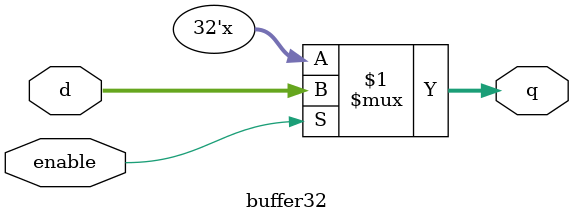
<source format=v>
module buffer32(
    output [31:0] q,
    input [31:0] d,
    input enable
);
    assign q = enable ? d : 32'bz;

endmodule
</source>
